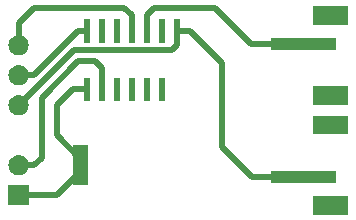
<source format=gbr>
%TF.GenerationSoftware,KiCad,Pcbnew,7.0.10*%
%TF.CreationDate,2024-03-11T11:30:26-04:00*%
%TF.ProjectId,comparison,636f6d70-6172-4697-936f-6e2e6b696361,rev?*%
%TF.SameCoordinates,Original*%
%TF.FileFunction,Other,User*%
%FSLAX46Y46*%
G04 Gerber Fmt 4.6, Leading zero omitted, Abs format (unit mm)*
G04 Created by KiCad (PCBNEW 7.0.10) date 2024-03-11 11:30:26*
%MOMM*%
%LPD*%
G01*
G04 APERTURE LIST*
%ADD10C,0.000000*%
%ADD11C,0.508000*%
G04 APERTURE END LIST*
D10*
G36*
X128644400Y-79019400D02*
G01*
X128085600Y-79019400D01*
X128085600Y-77038200D01*
X128644400Y-77038200D01*
X128644400Y-79019400D01*
G37*
G36*
X127374400Y-79019400D02*
G01*
X126815600Y-79019400D01*
X126815600Y-77038200D01*
X127374400Y-77038200D01*
X127374400Y-79019400D01*
G37*
G36*
X126104400Y-79019400D02*
G01*
X125545600Y-79019400D01*
X125545600Y-77038200D01*
X126104400Y-77038200D01*
X126104400Y-79019400D01*
G37*
G36*
X124834400Y-79019400D02*
G01*
X124275600Y-79019400D01*
X124275600Y-77038200D01*
X124834400Y-77038200D01*
X124834400Y-79019400D01*
G37*
G36*
X123564400Y-74091800D02*
G01*
X123005600Y-74091800D01*
X123005600Y-72110600D01*
X123564400Y-72110600D01*
X123564400Y-74091800D01*
G37*
G36*
X124834400Y-74091800D02*
G01*
X124275600Y-74091800D01*
X124275600Y-72110600D01*
X124834400Y-72110600D01*
X124834400Y-74091800D01*
G37*
G36*
X128644400Y-74091800D02*
G01*
X128085600Y-74091800D01*
X128085600Y-72110600D01*
X128644400Y-72110600D01*
X128644400Y-74091800D01*
G37*
G36*
X144121000Y-79384000D02*
G01*
X141121000Y-79384000D01*
X141121000Y-77784000D01*
X144121000Y-77784000D01*
X144121000Y-79384000D01*
G37*
G36*
X144121000Y-72584000D02*
G01*
X141121000Y-72584000D01*
X141121000Y-70984000D01*
X144121000Y-70984000D01*
X144121000Y-72584000D01*
G37*
G36*
X144121000Y-88655000D02*
G01*
X141121000Y-88655000D01*
X141121000Y-87055000D01*
X144121000Y-87055000D01*
X144121000Y-88655000D01*
G37*
G36*
X144121000Y-81855000D02*
G01*
X141121000Y-81855000D01*
X141121000Y-80255000D01*
X144121000Y-80255000D01*
X144121000Y-81855000D01*
G37*
G36*
X126104400Y-74091800D02*
G01*
X125545600Y-74091800D01*
X125545600Y-72110600D01*
X126104400Y-72110600D01*
X126104400Y-74091800D01*
G37*
G36*
X116492664Y-73486602D02*
G01*
X116655000Y-73558878D01*
X116798761Y-73663327D01*
X116917664Y-73795383D01*
X117006514Y-73949274D01*
X117061425Y-74118275D01*
X117080000Y-74295000D01*
X117061425Y-74471725D01*
X117006514Y-74640726D01*
X116917664Y-74794617D01*
X116798761Y-74926673D01*
X116655000Y-75031122D01*
X116492664Y-75103398D01*
X116318849Y-75140344D01*
X116141151Y-75140344D01*
X115967336Y-75103398D01*
X115805000Y-75031122D01*
X115661239Y-74926673D01*
X115542336Y-74794617D01*
X115453486Y-74640726D01*
X115398575Y-74471725D01*
X115380000Y-74295000D01*
X115398575Y-74118275D01*
X115453486Y-73949274D01*
X115542336Y-73795383D01*
X115661239Y-73663327D01*
X115805000Y-73558878D01*
X115967336Y-73486602D01*
X116141151Y-73449656D01*
X116318849Y-73449656D01*
X116492664Y-73486602D01*
G37*
D11*
X125825000Y-71755000D02*
X125825000Y-73101200D01*
X125190000Y-71120000D02*
X125825000Y-71755000D01*
X116230000Y-72460000D02*
X117570000Y-71120000D01*
X116230000Y-72460000D02*
X116230000Y-74295000D01*
X117570000Y-71120000D02*
X125190000Y-71120000D01*
D10*
G36*
X122294400Y-74091800D02*
G01*
X121735600Y-74091800D01*
X121735600Y-72110600D01*
X122294400Y-72110600D01*
X122294400Y-74091800D01*
G37*
G36*
X116492664Y-76026602D02*
G01*
X116655000Y-76098878D01*
X116798761Y-76203327D01*
X116917664Y-76335383D01*
X117006514Y-76489274D01*
X117061425Y-76658275D01*
X117080000Y-76835000D01*
X117061425Y-77011725D01*
X117006514Y-77180726D01*
X116917664Y-77334617D01*
X116798761Y-77466673D01*
X116655000Y-77571122D01*
X116492664Y-77643398D01*
X116318849Y-77680344D01*
X116141151Y-77680344D01*
X115967336Y-77643398D01*
X115805000Y-77571122D01*
X115661239Y-77466673D01*
X115542336Y-77334617D01*
X115453486Y-77180726D01*
X115398575Y-77011725D01*
X115380000Y-76835000D01*
X115398575Y-76658275D01*
X115453486Y-76489274D01*
X115542336Y-76335383D01*
X115661239Y-76203327D01*
X115805000Y-76098878D01*
X115967336Y-76026602D01*
X116141151Y-75989656D01*
X116318849Y-75989656D01*
X116492664Y-76026602D01*
G37*
D11*
X121303800Y-73101200D02*
X122015000Y-73101200D01*
X116230000Y-76835000D02*
X117570000Y-76835000D01*
X117570000Y-76835000D02*
X121303800Y-73101200D01*
D10*
G36*
X123564400Y-79019400D02*
G01*
X123005600Y-79019400D01*
X123005600Y-77038200D01*
X123564400Y-77038200D01*
X123564400Y-79019400D01*
G37*
G36*
X116492664Y-83646602D02*
G01*
X116655000Y-83718878D01*
X116798761Y-83823327D01*
X116917664Y-83955383D01*
X117006514Y-84109274D01*
X117061425Y-84278275D01*
X117080000Y-84455000D01*
X117061425Y-84631725D01*
X117006514Y-84800726D01*
X116917664Y-84954617D01*
X116798761Y-85086673D01*
X116655000Y-85191122D01*
X116492664Y-85263398D01*
X116318849Y-85300344D01*
X116141151Y-85300344D01*
X115967336Y-85263398D01*
X115805000Y-85191122D01*
X115661239Y-85086673D01*
X115542336Y-84954617D01*
X115453486Y-84800726D01*
X115398575Y-84631725D01*
X115380000Y-84455000D01*
X115398575Y-84278275D01*
X115453486Y-84109274D01*
X115542336Y-83955383D01*
X115661239Y-83823327D01*
X115805000Y-83718878D01*
X115967336Y-83646602D01*
X116141151Y-83609656D01*
X116318849Y-83609656D01*
X116492664Y-83646602D01*
G37*
D11*
X116230000Y-84455000D02*
X117570000Y-84455000D01*
X122723000Y-75638000D02*
X123285000Y-76200000D01*
X121307000Y-75638000D02*
X122723000Y-75638000D01*
X118205000Y-78740000D02*
X121307000Y-75638000D01*
X123285000Y-76200000D02*
X123285000Y-78028800D01*
X118205000Y-78740000D02*
X118205000Y-83820000D01*
X117570000Y-84455000D02*
X118205000Y-83820000D01*
D10*
G36*
X122125000Y-86155000D02*
G01*
X120825000Y-86155000D01*
X120825000Y-82755000D01*
X122125000Y-82755000D01*
X122125000Y-86155000D01*
G37*
G36*
X122294400Y-79019400D02*
G01*
X121735600Y-79019400D01*
X121735600Y-77038200D01*
X122294400Y-77038200D01*
X122294400Y-79019400D01*
G37*
G36*
X117080000Y-87845000D02*
G01*
X115380000Y-87845000D01*
X115380000Y-86145000D01*
X117080000Y-86145000D01*
X117080000Y-87845000D01*
G37*
D11*
X119475000Y-79375000D02*
X120821200Y-78028800D01*
X121475000Y-84455000D02*
X121475000Y-84995000D01*
X119475000Y-79375000D02*
X119475000Y-81915000D01*
X120821200Y-78028800D02*
X122015000Y-78028800D01*
X121475000Y-83915000D02*
X121475000Y-84455000D01*
X116230000Y-86995000D02*
X119475000Y-86995000D01*
X119475000Y-81915000D02*
X121475000Y-83915000D01*
X119475000Y-86995000D02*
X121475000Y-84995000D01*
D10*
G36*
X143121000Y-74684000D02*
G01*
X137621000Y-74684000D01*
X137621000Y-73684000D01*
X143121000Y-73684000D01*
X143121000Y-74684000D01*
G37*
G36*
X127374400Y-74091800D02*
G01*
X126815600Y-74091800D01*
X126815600Y-72110600D01*
X127374400Y-72110600D01*
X127374400Y-74091800D01*
G37*
D11*
X132842000Y-71120000D02*
X135906000Y-74184000D01*
X135906000Y-74184000D02*
X140371000Y-74184000D01*
X127730000Y-71120000D02*
X132842000Y-71120000D01*
X127095000Y-71755000D02*
X127095000Y-73101200D01*
X127095000Y-71755000D02*
X127730000Y-71120000D01*
D10*
G36*
X129914400Y-74091800D02*
G01*
X129355600Y-74091800D01*
X129355600Y-72110600D01*
X129914400Y-72110600D01*
X129914400Y-74091800D01*
G37*
G36*
X143121000Y-85955000D02*
G01*
X137621000Y-85955000D01*
X137621000Y-84955000D01*
X143121000Y-84955000D01*
X143121000Y-85955000D01*
G37*
G36*
X116492664Y-78566602D02*
G01*
X116655000Y-78638878D01*
X116798761Y-78743327D01*
X116917664Y-78875383D01*
X117006514Y-79029274D01*
X117061425Y-79198275D01*
X117080000Y-79375000D01*
X117061425Y-79551725D01*
X117006514Y-79720726D01*
X116917664Y-79874617D01*
X116798761Y-80006673D01*
X116655000Y-80111122D01*
X116492664Y-80183398D01*
X116318849Y-80220344D01*
X116141151Y-80220344D01*
X115967336Y-80183398D01*
X115805000Y-80111122D01*
X115661239Y-80006673D01*
X115542336Y-79874617D01*
X115453486Y-79720726D01*
X115398575Y-79551725D01*
X115380000Y-79375000D01*
X115398575Y-79198275D01*
X115453486Y-79029274D01*
X115542336Y-78875383D01*
X115661239Y-78743327D01*
X115805000Y-78638878D01*
X115967336Y-78566602D01*
X116141151Y-78529656D01*
X116318849Y-78529656D01*
X116492664Y-78566602D01*
G37*
D11*
X133477000Y-82931000D02*
X136001000Y-85455000D01*
X130759200Y-73101200D02*
X133477000Y-75819000D01*
X116230000Y-79375000D02*
X120929000Y-74676000D01*
X136001000Y-85455000D02*
X140371000Y-85455000D01*
X120929000Y-74676000D02*
X129254000Y-74676000D01*
X129635000Y-73101200D02*
X130759200Y-73101200D01*
X129635000Y-73101200D02*
X129635000Y-74295000D01*
X133477000Y-75819000D02*
X133477000Y-82931000D01*
X129254000Y-74676000D02*
X129635000Y-74295000D01*
D10*
G36*
X128644400Y-79019400D02*
G01*
X128085600Y-79019400D01*
X128085600Y-77038200D01*
X128644400Y-77038200D01*
X128644400Y-79019400D01*
G37*
G36*
X127374400Y-79019400D02*
G01*
X126815600Y-79019400D01*
X126815600Y-77038200D01*
X127374400Y-77038200D01*
X127374400Y-79019400D01*
G37*
G36*
X126104400Y-79019400D02*
G01*
X125545600Y-79019400D01*
X125545600Y-77038200D01*
X126104400Y-77038200D01*
X126104400Y-79019400D01*
G37*
G36*
X124834400Y-79019400D02*
G01*
X124275600Y-79019400D01*
X124275600Y-77038200D01*
X124834400Y-77038200D01*
X124834400Y-79019400D01*
G37*
G36*
X123564400Y-74091800D02*
G01*
X123005600Y-74091800D01*
X123005600Y-72110600D01*
X123564400Y-72110600D01*
X123564400Y-74091800D01*
G37*
G36*
X124834400Y-74091800D02*
G01*
X124275600Y-74091800D01*
X124275600Y-72110600D01*
X124834400Y-72110600D01*
X124834400Y-74091800D01*
G37*
G36*
X128644400Y-74091800D02*
G01*
X128085600Y-74091800D01*
X128085600Y-72110600D01*
X128644400Y-72110600D01*
X128644400Y-74091800D01*
G37*
G36*
X144121000Y-79384000D02*
G01*
X141121000Y-79384000D01*
X141121000Y-77784000D01*
X144121000Y-77784000D01*
X144121000Y-79384000D01*
G37*
G36*
X144121000Y-72584000D02*
G01*
X141121000Y-72584000D01*
X141121000Y-70984000D01*
X144121000Y-70984000D01*
X144121000Y-72584000D01*
G37*
G36*
X144121000Y-88655000D02*
G01*
X141121000Y-88655000D01*
X141121000Y-87055000D01*
X144121000Y-87055000D01*
X144121000Y-88655000D01*
G37*
G36*
X144121000Y-81855000D02*
G01*
X141121000Y-81855000D01*
X141121000Y-80255000D01*
X144121000Y-80255000D01*
X144121000Y-81855000D01*
G37*
G36*
X126104400Y-74091800D02*
G01*
X125545600Y-74091800D01*
X125545600Y-72110600D01*
X126104400Y-72110600D01*
X126104400Y-74091800D01*
G37*
G36*
X116492664Y-73486602D02*
G01*
X116655000Y-73558878D01*
X116798761Y-73663327D01*
X116917664Y-73795383D01*
X117006514Y-73949274D01*
X117061425Y-74118275D01*
X117080000Y-74295000D01*
X117061425Y-74471725D01*
X117006514Y-74640726D01*
X116917664Y-74794617D01*
X116798761Y-74926673D01*
X116655000Y-75031122D01*
X116492664Y-75103398D01*
X116318849Y-75140344D01*
X116141151Y-75140344D01*
X115967336Y-75103398D01*
X115805000Y-75031122D01*
X115661239Y-74926673D01*
X115542336Y-74794617D01*
X115453486Y-74640726D01*
X115398575Y-74471725D01*
X115380000Y-74295000D01*
X115398575Y-74118275D01*
X115453486Y-73949274D01*
X115542336Y-73795383D01*
X115661239Y-73663327D01*
X115805000Y-73558878D01*
X115967336Y-73486602D01*
X116141151Y-73449656D01*
X116318849Y-73449656D01*
X116492664Y-73486602D01*
G37*
D11*
X125825000Y-71755000D02*
X125825000Y-73101200D01*
X125190000Y-71120000D02*
X125825000Y-71755000D01*
X116230000Y-72460000D02*
X117570000Y-71120000D01*
X116230000Y-72460000D02*
X116230000Y-74295000D01*
X117570000Y-71120000D02*
X125190000Y-71120000D01*
D10*
G36*
X122294400Y-74091800D02*
G01*
X121735600Y-74091800D01*
X121735600Y-72110600D01*
X122294400Y-72110600D01*
X122294400Y-74091800D01*
G37*
G36*
X116492664Y-76026602D02*
G01*
X116655000Y-76098878D01*
X116798761Y-76203327D01*
X116917664Y-76335383D01*
X117006514Y-76489274D01*
X117061425Y-76658275D01*
X117080000Y-76835000D01*
X117061425Y-77011725D01*
X117006514Y-77180726D01*
X116917664Y-77334617D01*
X116798761Y-77466673D01*
X116655000Y-77571122D01*
X116492664Y-77643398D01*
X116318849Y-77680344D01*
X116141151Y-77680344D01*
X115967336Y-77643398D01*
X115805000Y-77571122D01*
X115661239Y-77466673D01*
X115542336Y-77334617D01*
X115453486Y-77180726D01*
X115398575Y-77011725D01*
X115380000Y-76835000D01*
X115398575Y-76658275D01*
X115453486Y-76489274D01*
X115542336Y-76335383D01*
X115661239Y-76203327D01*
X115805000Y-76098878D01*
X115967336Y-76026602D01*
X116141151Y-75989656D01*
X116318849Y-75989656D01*
X116492664Y-76026602D01*
G37*
D11*
X121303800Y-73101200D02*
X122015000Y-73101200D01*
X116230000Y-76835000D02*
X117570000Y-76835000D01*
X117570000Y-76835000D02*
X121303800Y-73101200D01*
D10*
G36*
X123564400Y-79019400D02*
G01*
X123005600Y-79019400D01*
X123005600Y-77038200D01*
X123564400Y-77038200D01*
X123564400Y-79019400D01*
G37*
G36*
X116492664Y-83646602D02*
G01*
X116655000Y-83718878D01*
X116798761Y-83823327D01*
X116917664Y-83955383D01*
X117006514Y-84109274D01*
X117061425Y-84278275D01*
X117080000Y-84455000D01*
X117061425Y-84631725D01*
X117006514Y-84800726D01*
X116917664Y-84954617D01*
X116798761Y-85086673D01*
X116655000Y-85191122D01*
X116492664Y-85263398D01*
X116318849Y-85300344D01*
X116141151Y-85300344D01*
X115967336Y-85263398D01*
X115805000Y-85191122D01*
X115661239Y-85086673D01*
X115542336Y-84954617D01*
X115453486Y-84800726D01*
X115398575Y-84631725D01*
X115380000Y-84455000D01*
X115398575Y-84278275D01*
X115453486Y-84109274D01*
X115542336Y-83955383D01*
X115661239Y-83823327D01*
X115805000Y-83718878D01*
X115967336Y-83646602D01*
X116141151Y-83609656D01*
X116318849Y-83609656D01*
X116492664Y-83646602D01*
G37*
D11*
X116230000Y-84455000D02*
X117570000Y-84455000D01*
X122723000Y-75638000D02*
X123285000Y-76200000D01*
X121307000Y-75638000D02*
X122723000Y-75638000D01*
X118205000Y-78740000D02*
X121307000Y-75638000D01*
X123285000Y-76200000D02*
X123285000Y-78028800D01*
X118205000Y-78740000D02*
X118205000Y-83820000D01*
X117570000Y-84455000D02*
X118205000Y-83820000D01*
D10*
G36*
X122125000Y-86155000D02*
G01*
X120825000Y-86155000D01*
X120825000Y-82755000D01*
X122125000Y-82755000D01*
X122125000Y-86155000D01*
G37*
G36*
X122294400Y-79019400D02*
G01*
X121735600Y-79019400D01*
X121735600Y-77038200D01*
X122294400Y-77038200D01*
X122294400Y-79019400D01*
G37*
G36*
X117080000Y-87845000D02*
G01*
X115380000Y-87845000D01*
X115380000Y-86145000D01*
X117080000Y-86145000D01*
X117080000Y-87845000D01*
G37*
D11*
X119475000Y-79375000D02*
X120821200Y-78028800D01*
X121475000Y-84455000D02*
X121475000Y-84995000D01*
X119475000Y-79375000D02*
X119475000Y-81915000D01*
X120821200Y-78028800D02*
X122015000Y-78028800D01*
X121475000Y-83915000D02*
X121475000Y-84455000D01*
X116230000Y-86995000D02*
X119475000Y-86995000D01*
X119475000Y-81915000D02*
X121475000Y-83915000D01*
X119475000Y-86995000D02*
X121475000Y-84995000D01*
D10*
G36*
X143121000Y-74684000D02*
G01*
X137621000Y-74684000D01*
X137621000Y-73684000D01*
X143121000Y-73684000D01*
X143121000Y-74684000D01*
G37*
G36*
X127374400Y-74091800D02*
G01*
X126815600Y-74091800D01*
X126815600Y-72110600D01*
X127374400Y-72110600D01*
X127374400Y-74091800D01*
G37*
D11*
X132842000Y-71120000D02*
X135906000Y-74184000D01*
X135906000Y-74184000D02*
X140371000Y-74184000D01*
X127730000Y-71120000D02*
X132842000Y-71120000D01*
X127095000Y-71755000D02*
X127095000Y-73101200D01*
X127095000Y-71755000D02*
X127730000Y-71120000D01*
D10*
G36*
X129914400Y-74091800D02*
G01*
X129355600Y-74091800D01*
X129355600Y-72110600D01*
X129914400Y-72110600D01*
X129914400Y-74091800D01*
G37*
G36*
X143121000Y-85955000D02*
G01*
X137621000Y-85955000D01*
X137621000Y-84955000D01*
X143121000Y-84955000D01*
X143121000Y-85955000D01*
G37*
G36*
X116492664Y-78566602D02*
G01*
X116655000Y-78638878D01*
X116798761Y-78743327D01*
X116917664Y-78875383D01*
X117006514Y-79029274D01*
X117061425Y-79198275D01*
X117080000Y-79375000D01*
X117061425Y-79551725D01*
X117006514Y-79720726D01*
X116917664Y-79874617D01*
X116798761Y-80006673D01*
X116655000Y-80111122D01*
X116492664Y-80183398D01*
X116318849Y-80220344D01*
X116141151Y-80220344D01*
X115967336Y-80183398D01*
X115805000Y-80111122D01*
X115661239Y-80006673D01*
X115542336Y-79874617D01*
X115453486Y-79720726D01*
X115398575Y-79551725D01*
X115380000Y-79375000D01*
X115398575Y-79198275D01*
X115453486Y-79029274D01*
X115542336Y-78875383D01*
X115661239Y-78743327D01*
X115805000Y-78638878D01*
X115967336Y-78566602D01*
X116141151Y-78529656D01*
X116318849Y-78529656D01*
X116492664Y-78566602D01*
G37*
D11*
X133477000Y-82931000D02*
X136001000Y-85455000D01*
X130759200Y-73101200D02*
X133477000Y-75819000D01*
X116230000Y-79375000D02*
X120929000Y-74676000D01*
X136001000Y-85455000D02*
X140371000Y-85455000D01*
X120929000Y-74676000D02*
X129254000Y-74676000D01*
X129635000Y-73101200D02*
X130759200Y-73101200D01*
X129635000Y-73101200D02*
X129635000Y-74295000D01*
X133477000Y-75819000D02*
X133477000Y-82931000D01*
X129254000Y-74676000D02*
X129635000Y-74295000D01*
M02*

</source>
